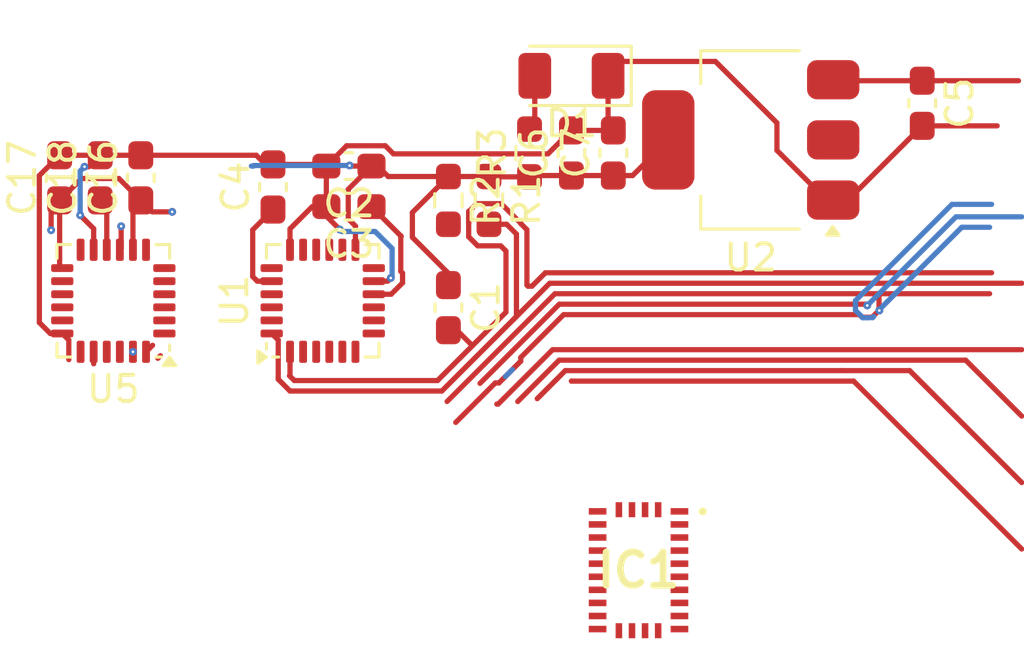
<source format=kicad_pcb>
(kicad_pcb (version 20240108) (generator "pcbnew") (generator_version "8.0")
  (layers (0 "F.Cu" signal) (31 "B.Cu" signal) (34 "B.Paste" user) (35 "F.Paste" user) (36 "B.SilkS" user "B.Silkscreen") (37 "F.SilkS" user "F.Silkscreen") (38 "B.Mask" user) (39 "F.Mask" user) (44 "Edge.Cuts" user))
  (net 0 "")
  (net 1 "GND")
  (net 2 "+3.3V")
  (net 3 "Net-(U1-REGOUT)")
  (net 4 "Net-(U1-CPOUT)")
  (net 5 "+5V")
  (net 6 "Net-(U5-REGOUT)")
  (net 7 "Net-(U5-CPOUT)")
  (net 8 "Net-(D1-A)")
  (net 9 "AD1")
  (net 10 "AD3")
  (net 11 "SDA")
  (net 12 "AD2")
  (net 13 "AD0")
  (net 14 "SCL")
  (footprint "Capacitor_SMD:C_0603_1608Metric_Pad1.08x0.95mm_HandSolder" (layer "F.Cu") (at 46.5 23.75 90)
    (property "Reference" "C18" (at 0 -1.43 -90) (layer "F.SilkS"))
    (property "Value" "0.1µC")
    (fp_line (start -0.146267 -0.51) (end 0.146267 -0.51) (stroke (width 0.12)) (layer "F.SilkS"))
    (fp_line (start -0.146267 0.51) (end 0.146267 0.51) (stroke (width 0.12)) (layer "F.SilkS"))
    (pad "1" smd roundrect (at -0.8625 0 90) (size 1.075 0.95) (layers "F.Cu" "F.Paste" "F.Mask") (net 6 "Net-(U5-REGOUT)"))
    (pad "2" smd roundrect (at 0.8625 0 90) (size 1.075 0.95) (layers "F.Cu" "F.Paste" "F.Mask") (net 1 "GND"))
  )
  (footprint "Capacitor_SMD:C_0603_1608Metric_Pad1.08x0.95mm_HandSolder" (layer "F.Cu") (at 77.9 20.9 -90)
    (property "Reference" "C5" (at 0 -1.43 90) (layer "F.SilkS"))
    (property "Value" "4.7uC")
    (fp_line (start -0.146267 0.51) (end 0.146267 0.51) (stroke (width 0.12)) (layer "F.SilkS"))
    (fp_line (start -0.146267 -0.51) (end 0.146267 -0.51) (stroke (width 0.12)) (layer "F.SilkS"))
    (pad "1" smd roundrect (at -0.8625 0 270) (size 1.075 0.95) (layers "F.Cu" "F.Paste" "F.Mask") (net 5 "+5V"))
    (pad "2" smd roundrect (at 0.8625 0 270) (size 1.075 0.95) (layers "F.Cu" "F.Paste" "F.Mask") (net 1 "GND"))
  )
  (footprint "Capacitor_SMD:C_0603_1608Metric_Pad1.08x0.95mm_HandSolder" (layer "F.Cu") (at 66.1 22.8 90)
    (property "Reference" "C7" (at 0 -1.43 -90) (layer "F.SilkS"))
    (property "Value" "10nC")
    (fp_line (start -0.146267 -0.51) (end 0.146267 -0.51) (stroke (width 0.12)) (layer "F.SilkS"))
    (fp_line (start -0.146267 0.51) (end 0.146267 0.51) (stroke (width 0.12)) (layer "F.SilkS"))
    (pad "1" smd roundrect (at -0.8625 0 90) (size 1.075 0.95) (layers "F.Cu" "F.Paste" "F.Mask") (net 2 "+3.3V"))
    (pad "2" smd roundrect (at 0.8625 0 90) (size 1.075 0.95) (layers "F.Cu" "F.Paste" "F.Mask") (net 1 "GND"))
  )
  (footprint "Resistor_SMD:R_0603_1608Metric_Pad0.98x0.95mm_HandSolder" (layer "F.Cu") (at 62.9 22.8 90)
    (property "Reference" "R3" (at 0 -1.43 -90) (layer "F.SilkS"))
    (property "Value" "1kR")
    (fp_line (start -0.254724 -0.5225) (end 0.254724 -0.5225) (stroke (width 0.12)) (layer "F.SilkS"))
    (fp_line (start -0.254724 0.5225) (end 0.254724 0.5225) (stroke (width 0.12)) (layer "F.SilkS"))
    (pad "1" smd roundrect (at -0.9125 0 90) (size 0.975 0.95) (layers "F.Cu" "F.Paste" "F.Mask") (net 2 "+3.3V"))
    (pad "2" smd roundrect (at 0.9125 0 90) (size 0.975 0.95) (layers "F.Cu" "F.Paste" "F.Mask") (net 8 "Net-(D1-A)"))
  )
  (footprint "Sensor_Motion:InvenSense_QFN-24_4x4mm_P0.5mm" (layer "F.Cu") (at 55 28.45 90)
    (property "Reference" "U1" (at 0 -3.375 -90) (layer "F.SilkS"))
    (property "Value" "MPU-6050")
    (fp_line (start 2.15 -2.15) (end 1.625 -2.15) (stroke (width 0.12)) (layer "F.SilkS"))
    (fp_line (start 2.15 -2.15) (end 2.15 -1.625) (stroke (width 0.12)) (layer "F.SilkS"))
    (fp_line (start -1.625 -2.15) (end -1.85 -2.15) (stroke (width 0.12)) (layer "F.SilkS"))
    (fp_line (start -2.15 -1.685) (end -2.15 -1.91) (stroke (width 0.12)) (layer "F.SilkS"))
    (fp_line (start 2.15 2.15) (end 2.15 1.625) (stroke (width 0.12)) (layer "F.SilkS"))
    (fp_line (start 2.15 2.15) (end 1.625 2.15) (stroke (width 0.12)) (layer "F.SilkS"))
    (fp_line (start -2.15 2.15) (end -2.15 1.625) (stroke (width 0.12)) (layer "F.SilkS"))
    (fp_line (start -2.15 2.15) (end -1.625 2.15) (stroke (width 0.12)) (layer "F.SilkS"))
    (fp_poly (pts (xy -2.15 -2.15) (xy -2.39 -2.48) (xy -1.91 -2.48) (xy -2.15 -2.15)) (stroke (width 0.12)) (fill solid) (layer "F.SilkS"))
    (pad "1" smd roundrect (at -1.95 -1.25 90) (size 0.85 0.3) (layers "F.Cu" "F.Paste" "F.Mask") (net 1 "GND"))
    (pad "2" smd roundrect (at -1.95 -0.75 90) (size 0.85 0.3) (layers "F.Cu" "F.Paste" "F.Mask"))
    (pad "3" smd roundrect (at -1.95 -0.25 90) (size 0.85 0.3) (layers "F.Cu" "F.Paste" "F.Mask"))
    (pad "4" smd roundrect (at -1.95 0.25 90) (size 0.85 0.3) (layers "F.Cu" "F.Paste" "F.Mask"))
    (pad "5" smd roundrect (at -1.95 0.75 90) (size 0.85 0.3) (layers "F.Cu" "F.Paste" "F.Mask"))
    (pad "6" smd roundrect (at -1.95 1.25 90) (size 0.85 0.3) (layers "F.Cu" "F.Paste" "F.Mask"))
    (pad "7" smd roundrect (at -1.25 1.95 180) (size 0.85 0.3) (layers "F.Cu" "F.Paste" "F.Mask"))
    (pad "8" smd roundrect (at -0.75 1.95 180) (size 0.85 0.3) (layers "F.Cu" "F.Paste" "F.Mask") (net 2 "+3.3V"))
    (pad "9" smd roundrect (at -0.25 1.95 180) (size 0.85 0.3) (layers "F.Cu" "F.Paste" "F.Mask") (net 13 "AD0"))
    (pad "10" smd roundrect (at 0.25 1.95 180) (size 0.85 0.3) (layers "F.Cu" "F.Paste" "F.Mask") (net 3 "Net-(U1-REGOUT)"))
    (pad "11" smd roundrect (at 0.75 1.95 180) (size 0.85 0.3) (layers "F.Cu" "F.Paste" "F.Mask") (net 1 "GND"))
    (pad "12" smd roundrect (at 1.25 1.95 180) (size 0.85 0.3) (layers "F.Cu" "F.Paste" "F.Mask"))
    (pad "13" smd roundrect (at 1.95 1.25 90) (size 0.85 0.3) (layers "F.Cu" "F.Paste" "F.Mask") (net 2 "+3.3V"))
    (pad "14" smd roundrect (at 1.95 0.75 90) (size 0.85 0.3) (layers "F.Cu" "F.Paste" "F.Mask"))
    (pad "15" smd roundrect (at 1.95 0.25 90) (size 0.85 0.3) (layers "F.Cu" "F.Paste" "F.Mask"))
    (pad "16" smd roundrect (at 1.95 -0.25 90) (size 0.85 0.3) (layers "F.Cu" "F.Paste" "F.Mask"))
    (pad "17" smd roundrect (at 1.95 -0.75 90) (size 0.85 0.3) (layers "F.Cu" "F.Paste" "F.Mask"))
    (pad "18" smd roundrect (at 1.95 -1.25 90) (size 0.85 0.3) (layers "F.Cu" "F.Paste" "F.Mask") (net 1 "GND"))
    (pad "19" smd roundrect (at 1.25 -1.95 180) (size 0.85 0.3) (layers "F.Cu" "F.Paste" "F.Mask"))
    (pad "20" smd roundrect (at 0.75 -1.95 180) (size 0.85 0.3) (layers "F.Cu" "F.Paste" "F.Mask") (net 4 "Net-(U1-CPOUT)"))
    (pad "21" smd roundrect (at 0.25 -1.95 180) (size 0.85 0.3) (layers "F.Cu" "F.Paste" "F.Mask"))
    (pad "22" smd roundrect (at -0.25 -1.95 180) (size 0.85 0.3) (layers "F.Cu" "F.Paste" "F.Mask"))
    (pad "23" smd roundrect (at -0.75 -1.95 180) (size 0.85 0.3) (layers "F.Cu" "F.Paste" "F.Mask") (net 14 "SCL"))
    (pad "24" smd roundrect (at -1.25 -1.95 180) (size 0.85 0.3) (layers "F.Cu" "F.Paste" "F.Mask") (net 11 "SDA"))
  )
  (footprint "Package_TO_SOT_SMD:SOT-223-3_TabPin2" (layer "F.Cu") (at 71.35 22.3 180)
    (property "Reference" "U2" (at 0 -4.5 180) (layer "F.SilkS"))
    (property "Value" "LD1117S50TR_SOT223")
    (fp_line (start 1.91 3.41) (end 1.91 2.15) (stroke (width 0.12)) (layer "F.SilkS"))
    (fp_line (start 1.91 -3.41) (end 1.91 -2.15) (stroke (width 0.12)) (layer "F.SilkS"))
    (fp_line (start -1.85 3.41) (end 1.91 3.41) (stroke (width 0.12)) (layer "F.SilkS"))
    (fp_line (start -1.85 -3.41) (end 1.91 -3.41) (stroke (width 0.12)) (layer "F.SilkS"))
    (fp_poly (pts (xy -3.13 -3.31) (xy -3.37 -3.64) (xy -2.89 -3.64) (xy -3.13 -3.31)) (stroke (width 0.12)) (fill solid) (layer "F.SilkS"))
    (pad "1" smd roundrect (at -3.15 -2.3 180) (size 2 1.5) (layers "F.Cu" "F.Paste" "F.Mask") (net 1 "GND"))
    (pad "2" smd roundrect (at -3.15 0 180) (size 2 1.5) (layers "F.Cu" "F.Paste" "F.Mask") (net 2 "+3.3V"))
    (pad "2" smd roundrect (at 3.15 0 180) (size 2 3.8) (layers "F.Cu" "F.Paste" "F.Mask") (net 2 "+3.3V"))
    (pad "3" smd roundrect (at -3.15 2.3 180) (size 2 1.5) (layers "F.Cu" "F.Paste" "F.Mask") (net 5 "+5V"))
  )
  (footprint "Capacitor_SMD:C_0603_1608Metric_Pad1.08x0.95mm_HandSolder" (layer "F.Cu") (at 56 24.85 180)
    (property "Reference" "C3" (at 0 -1.43 180) (layer "F.SilkS"))
    (property "Value" "0.1µC")
    (fp_line (start -0.146267 0.51) (end 0.146267 0.51) (stroke (width 0.12)) (layer "F.SilkS"))
    (fp_line (start -0.146267 -0.51) (end 0.146267 -0.51) (stroke (width 0.12)) (layer "F.SilkS"))
    (pad "1" smd roundrect (at -0.8625 0 180) (size 1.075 0.95) (layers "F.Cu" "F.Paste" "F.Mask") (net 3 "Net-(U1-REGOUT)"))
    (pad "2" smd roundrect (at 0.8625 0 180) (size 1.075 0.95) (layers "F.Cu" "F.Paste" "F.Mask") (net 1 "GND"))
  )
  (footprint "Capacitor_SMD:C_0603_1608Metric_Pad1.08x0.95mm_HandSolder" (layer "F.Cu") (at 56 23.3 180)
    (property "Reference" "C2" (at 0 -1.43 180) (layer "F.SilkS"))
    (property "Value" "0.1µC")
    (fp_line (start -0.146267 0.51) (end 0.146267 0.51) (stroke (width 0.12)) (layer "F.SilkS"))
    (fp_line (start -0.146267 -0.51) (end 0.146267 -0.51) (stroke (width 0.12)) (layer "F.SilkS"))
    (pad "1" smd roundrect (at -0.8625 0 180) (size 1.075 0.95) (layers "F.Cu" "F.Paste" "F.Mask") (net 2 "+3.3V"))
    (pad "2" smd roundrect (at 0.8625 0 180) (size 1.075 0.95) (layers "F.Cu" "F.Paste" "F.Mask") (net 1 "GND"))
  )
  (footprint "Resistor_SMD:R_0603_1608Metric_Pad0.98x0.95mm_HandSolder" (layer "F.Cu") (at 59.8 24.6125 -90)
    (property "Reference" "R2" (at 0 -1.43 90) (layer "F.SilkS"))
    (property "Value" "2.2kR")
    (fp_line (start -0.254724 0.5225) (end 0.254724 0.5225) (stroke (width 0.12)) (layer "F.SilkS"))
    (fp_line (start -0.254724 -0.5225) (end 0.254724 -0.5225) (stroke (width 0.12)) (layer "F.SilkS"))
    (pad "1" smd roundrect (at -0.9125 0 270) (size 0.975 0.95) (layers "F.Cu" "F.Paste" "F.Mask") (net 2 "+3.3V"))
    (pad "2" smd roundrect (at 0.9125 0 270) (size 0.975 0.95) (layers "F.Cu" "F.Paste" "F.Mask") (net 14 "SCL"))
  )
  (footprint "LED_SMD:LED_1206_3216Metric" (layer "F.Cu") (at 64.5 19.85 180)
    (property "Reference" "D1" (at 0 -1.82 180) (layer "F.SilkS"))
    (property "Value" "IR26-21C_L110_TR8")
    (fp_line (start 1.6 -1.135) (end -2.285 -1.135) (stroke (width 0.12)) (layer "F.SilkS"))
    (fp_line (start -2.285 1.135) (end 1.6 1.135) (stroke (width 0.12)) (layer "F.SilkS"))
    (fp_line (start -2.285 -1.135) (end -2.285 1.135) (stroke (width 0.12)) (layer "F.SilkS"))
    (pad "1" smd roundrect (at -1.4 0 180) (size 1.25 1.75) (layers "F.Cu" "F.Paste" "F.Mask") (roundrect_rratio 0.2) (net 1 "GND"))
    (pad "2" smd roundrect (at 1.4 0 180) (size 1.25 1.75) (layers "F.Cu" "F.Paste" "F.Mask") (roundrect_rratio 0.2) (net 8 "Net-(D1-A)"))
  )
  (footprint "BNO085:BNO085" (layer "F.Cu") (at 67.063 38.75)
    (property "Reference" "IC1" (at 0 0 0) (layer "F.SilkS") (effects (font (size 1.27 1.27) (thickness 0.254))))
    (property "Value" "BNO085" (hide yes))
    (fp_line (start 2.4 -2.25) (end 2.4 -2.25) (stroke (width 0.2)) (layer "F.SilkS"))
    (fp_line (start 2.4 -2.25) (end 2.4 -2.25) (stroke (width 0.2)) (layer "F.SilkS"))
    (fp_line (start 2.5 -2.25) (end 2.5 -2.25) (stroke (width 0.2)) (layer "F.SilkS"))
    (fp_arc (start 2.4 -2.25) (mid 2.45 -2.3) (end 2.5 -2.25) (stroke (width 0.2)) (layer "F.SilkS"))
    (fp_arc (start 2.5 -2.25) (mid 2.45 -2.2) (end 2.4 -2.25) (stroke (width 0.2)) (layer "F.SilkS"))
    (fp_arc (start 2.5 -2.25) (mid 2.45 -2.2) (end 2.4 -2.25) (stroke (width 0.2)) (layer "F.SilkS"))
    (pad "1" smd rect (at 1.563 -2.25 90) (size 0.25 0.675) (layers "F.Cu" "F.Paste" "F.Mask"))
    (pad "2" smd rect (at 0.75 -2.313) (size 0.25 0.575) (layers "F.Cu" "F.Paste" "F.Mask"))
    (pad "3" smd rect (at 0.25 -2.313) (size 0.25 0.575) (layers "F.Cu" "F.Paste" "F.Mask"))
    (pad "4" smd rect (at -0.25 -2.313) (size 0.25 0.575) (layers "F.Cu" "F.Paste" "F.Mask"))
    (pad "5" smd rect (at -0.75 -2.313) (size 0.25 0.575) (layers "F.Cu" "F.Paste" "F.Mask"))
    (pad "6" smd rect (at -1.563 -2.25 90) (size 0.25 0.675) (layers "F.Cu" "F.Paste" "F.Mask"))
    (pad "7" smd rect (at -1.563 -1.75 90) (size 0.25 0.675) (layers "F.Cu" "F.Paste" "F.Mask"))
    (pad "8" smd rect (at -1.563 -1.25 90) (size 0.25 0.675) (layers "F.Cu" "F.Paste" "F.Mask"))
    (pad "9" smd rect (at -1.563 -0.75 90) (size 0.25 0.675) (layers "F.Cu" "F.Paste" "F.Mask"))
    (pad "10" smd rect (at -1.563 -0.25 90) (size 0.25 0.675) (layers "F.Cu" "F.Paste" "F.Mask"))
    (pad "11" smd rect (at -1.563 0.25 90) (size 0.25 0.675) (layers "F.Cu" "F.Paste" "F.Mask"))
    (pad "12" smd rect (at -1.563 0.75 90) (size 0.25 0.675) (layers "F.Cu" "F.Paste" "F.Mask"))
    (pad "13" smd rect (at -1.563 1.25 90) (size 0.25 0.675) (layers "F.Cu" "F.Paste" "F.Mask"))
    (pad "14" smd rect (at -1.563 1.75 90) (size 0.25 0.675) (layers "F.Cu" "F.Paste" "F.Mask"))
    (pad "15" smd rect (at -1.563 2.25 90) (size 0.25 0.675) (layers "F.Cu" "F.Paste" "F.Mask"))
    (pad "16" smd rect (at -0.75 2.313) (size 0.25 0.575) (layers "F.Cu" "F.Paste" "F.Mask"))
    (pad "17" smd rect (at -0.25 2.313) (size 0.25 0.575) (layers "F.Cu" "F.Paste" "F.Mask"))
    (pad "18" smd rect (at 0.25 2.313) (size 0.25 0.575) (layers "F.Cu" "F.Paste" "F.Mask"))
    (pad "19" smd rect (at 0.75 2.313) (size 0.25 0.575) (layers "F.Cu" "F.Paste" "F.Mask"))
    (pad "20" smd rect (at 1.563 2.25 90) (size 0.25 0.675) (layers "F.Cu" "F.Paste" "F.Mask"))
    (pad "21" smd rect (at 1.563 1.75 90) (size 0.25 0.675) (layers "F.Cu" "F.Paste" "F.Mask"))
    (pad "22" smd rect (at 1.563 1.25 90) (size 0.25 0.675) (layers "F.Cu" "F.Paste" "F.Mask"))
    (pad "23" smd rect (at 1.563 0.75 90) (size 0.25 0.675) (layers "F.Cu" "F.Paste" "F.Mask"))
    (pad "24" smd rect (at 1.563 0.25 90) (size 0.25 0.675) (layers "F.Cu" "F.Paste" "F.Mask"))
    (pad "25" smd rect (at 1.563 -0.25 90) (size 0.25 0.675) (layers "F.Cu" "F.Paste" "F.Mask"))
    (pad "26" smd rect (at 1.563 -0.75 90) (size 0.25 0.675) (layers "F.Cu" "F.Paste" "F.Mask"))
    (pad "27" smd rect (at 1.563 -1.25 90) (size 0.25 0.675) (layers "F.Cu" "F.Paste" "F.Mask"))
    (pad "28" smd rect (at 1.563 -1.75 90) (size 0.25 0.675) (layers "F.Cu" "F.Paste" "F.Mask"))
  )
  (footprint "Capacitor_SMD:C_0603_1608Metric_Pad1.08x0.95mm_HandSolder" (layer "F.Cu") (at 44.95 23.75 90)
    (property "Reference" "C17" (at 0 -1.43 -90) (layer "F.SilkS"))
    (property "Value" "0.1µC")
    (fp_line (start -0.146267 -0.51) (end 0.146267 -0.51) (stroke (width 0.12)) (layer "F.SilkS"))
    (fp_line (start -0.146267 0.51) (end 0.146267 0.51) (stroke (width 0.12)) (layer "F.SilkS"))
    (pad "1" smd roundrect (at -0.8625 0 90) (size 1.075 0.95) (layers "F.Cu" "F.Paste" "F.Mask") (net 2 "+3.3V"))
    (pad "2" smd roundrect (at 0.8625 0 90) (size 1.075 0.95) (layers "F.Cu" "F.Paste" "F.Mask") (net 1 "GND"))
  )
  (footprint "Capacitor_SMD:C_0603_1608Metric_Pad1.08x0.95mm_HandSolder" (layer "F.Cu") (at 59.8 28.7125 -90)
    (property "Reference" "C1" (at 0 -1.43 90) (layer "F.SilkS"))
    (property "Value" "10nC")
    (fp_line (start -0.146267 0.51) (end 0.146267 0.51) (stroke (width 0.12)) (layer "F.SilkS"))
    (fp_line (start -0.146267 -0.51) (end 0.146267 -0.51) (stroke (width 0.12)) (layer "F.SilkS"))
    (pad "1" smd roundrect (at -0.8625 0 270) (size 1.075 0.95) (layers "F.Cu" "F.Paste" "F.Mask") (net 2 "+3.3V"))
    (pad "2" smd roundrect (at 0.8625 0 270) (size 1.075 0.95) (layers "F.Cu" "F.Paste" "F.Mask") (net 1 "GND"))
  )
  (footprint "Capacitor_SMD:C_0603_1608Metric_Pad1.08x0.95mm_HandSolder" (layer "F.Cu") (at 53.1 24.1 90)
    (property "Reference" "C4" (at 0 -1.43 -90) (layer "F.SilkS"))
    (property "Value" "2.2nC")
    (fp_line (start -0.146267 -0.51) (end 0.146267 -0.51) (stroke (width 0.12)) (layer "F.SilkS"))
    (fp_line (start -0.146267 0.51) (end 0.146267 0.51) (stroke (width 0.12)) (layer "F.SilkS"))
    (pad "1" smd roundrect (at -0.8625 0 90) (size 1.075 0.95) (layers "F.Cu" "F.Paste" "F.Mask") (net 4 "Net-(U1-CPOUT)"))
    (pad "2" smd roundrect (at 0.8625 0 90) (size 1.075 0.95) (layers "F.Cu" "F.Paste" "F.Mask") (net 1 "GND"))
  )
  (footprint "Resistor_SMD:R_0603_1608Metric_Pad0.98x0.95mm_HandSolder" (layer "F.Cu") (at 61.35 24.6125 -90)
    (property "Reference" "R1" (at 0 -1.43 90) (layer "F.SilkS"))
    (property "Value" "2.2kR")
    (fp_line (start -0.254724 0.5225) (end 0.254724 0.5225) (stroke (width 0.12)) (layer "F.SilkS"))
    (fp_line (start -0.254724 -0.5225) (end 0.254724 -0.5225) (stroke (width 0.12)) (layer "F.SilkS"))
    (pad "1" smd roundrect (at -0.9125 0 270) (size 0.975 0.95) (layers "F.Cu" "F.Paste" "F.Mask") (net 2 "+3.3V"))
    (pad "2" smd roundrect (at 0.9125 0 270) (size 0.975 0.95) (layers "F.Cu" "F.Paste" "F.Mask") (net 11 "SDA"))
  )
  (footprint "Capacitor_SMD:C_0603_1608Metric_Pad1.08x0.95mm_HandSolder" (layer "F.Cu") (at 48.05 23.75 90)
    (property "Reference" "C16" (at 0 -1.43 -90) (layer "F.SilkS"))
    (property "Value" "10nC")
    (fp_line (start -0.146267 -0.51) (end 0.146267 -0.51) (stroke (width 0.12)) (layer "F.SilkS"))
    (fp_line (start -0.146267 0.51) (end 0.146267 0.51) (stroke (width 0.12)) (layer "F.SilkS"))
    (pad "1" smd roundrect (at -0.8625 0 90) (size 1.075 0.95) (layers "F.Cu" "F.Paste" "F.Mask") (net 2 "+3.3V"))
    (pad "2" smd roundrect (at 0.8625 0 90) (size 1.075 0.95) (layers "F.Cu" "F.Paste" "F.Mask") (net 1 "GND"))
  )
  (footprint "Capacitor_SMD:C_0603_1608Metric_Pad1.08x0.95mm_HandSolder" (layer "F.Cu") (at 64.5 22.8 90)
    (property "Reference" "C6" (at 0 -1.43 -90) (layer "F.SilkS"))
    (property "Value" "0.1uC")
    (fp_line (start -0.146267 -0.51) (end 0.146267 -0.51) (stroke (width 0.12)) (layer "F.SilkS"))
    (fp_line (start -0.146267 0.51) (end 0.146267 0.51) (stroke (width 0.12)) (layer "F.SilkS"))
    (pad "1" smd roundrect (at -0.8625 0 90) (size 1.075 0.95) (layers "F.Cu" "F.Paste" "F.Mask") (net 2 "+3.3V"))
    (pad "2" smd roundrect (at 0.8625 0 90) (size 1.075 0.95) (layers "F.Cu" "F.Paste" "F.Mask") (net 1 "GND"))
  )
  (footprint "Sensor_Motion:InvenSense_QFN-24_4x4mm_P0.5mm" (layer "F.Cu") (at 47 28.45 180)
    (property "Reference" "U5" (at 0 -3.375 180) (layer "F.SilkS"))
    (property "Value" "MPU-6050")
    (fp_line (start 2.15 2.15) (end 2.15 1.625) (stroke (width 0.12)) (layer "F.SilkS"))
    (fp_line (start 2.15 2.15) (end 1.625 2.15) (stroke (width 0.12)) (layer "F.SilkS"))
    (fp_line (start 2.15 -2.15) (end 2.15 -1.625) (stroke (width 0.12)) (layer "F.SilkS"))
    (fp_line (start 2.15 -2.15) (end 1.625 -2.15) (stroke (width 0.12)) (layer "F.SilkS"))
    (fp_line (start -1.625 -2.15) (end -1.85 -2.15) (stroke (width 0.12)) (layer "F.SilkS"))
    (fp_line (start -2.15 2.15) (end -1.625 2.15) (stroke (width 0.12)) (layer "F.SilkS"))
    (fp_line (start -2.15 2.15) (end -2.15 1.625) (stroke (width 0.12)) (layer "F.SilkS"))
    (fp_line (start -2.15 -1.685) (end -2.15 -1.91) (stroke (width 0.12)) (layer "F.SilkS"))
    (fp_poly (pts (xy -2.15 -2.15) (xy -2.39 -2.48) (xy -1.91 -2.48) (xy -2.15 -2.15)) (stroke (width 0.12)) (fill solid) (layer "F.SilkS"))
    (pad "1" smd roundrect (at -1.95 -1.25 180) (size 0.85 0.3) (layers "F.Cu" "F.Paste" "F.Mask") (net 1 "GND"))
    (pad "2" smd roundrect (at -1.95 -0.75 180) (size 0.85 0.3) (layers "F.Cu" "F.Paste" "F.Mask"))
    (pad "3" smd roundrect (at -1.95 -0.25 180) (size 0.85 0.3) (layers "F.Cu" "F.Paste" "F.Mask"))
    (pad "4" smd roundrect (at -1.95 0.25 180) (size 0.85 0.3) (layers "F.Cu" "F.Paste" "F.Mask"))
    (pad "5" smd roundrect (at -1.95 0.75 180) (size 0.85 0.3) (layers "F.Cu" "F.Paste" "F.Mask"))
    (pad "6" smd roundrect (at -1.95 1.25 180) (size 0.85 0.3) (layers "F.Cu" "F.Paste" "F.Mask"))
    (pad "7" smd roundrect (at -1.25 1.95 270) (size 0.85 0.3) (layers "F.Cu" "F.Paste" "F.Mask"))
    (pad "8" smd roundrect (at -0.75 1.95 270) (size 0.85 0.3) (layers "F.Cu" "F.Paste" "F.Mask") (net 2 "+3.3V"))
    (pad "9" smd roundrect (at -0.25 1.95 270) (size 0.85 0.3) (layers "F.Cu" "F.Paste" "F.Mask") (net 9 "AD1"))
    (pad "10" smd roundrect (at 0.25 1.95 270) (size 0.85 0.3) (layers "F.Cu" "F.Paste" "F.Mask") (net 6 "Net-(U5-REGOUT)"))
    (pad "11" smd roundrect (at 0.75 1.95 270) (size 0.85 0.3) (layers "F.Cu" "F.Paste" "F.Mask") (net 1 "GND"))
    (pad "12" smd roundrect (at 1.25 1.95 270) (size 0.85 0.3) (layers "F.Cu" "F.Paste" "F.Mask"))
    (pad "13" smd roundrect (at 1.95 1.25 180) (size 0.85 0.3) (layers "F.Cu" "F.Paste" "F.Mask") (net 2 "+3.3V"))
    (pad "14" smd roundrect (at 1.95 0.75 180) (size 0.85 0.3) (layers "F.Cu" "F.Paste" "F.Mask"))
    (pad "15" smd roundrect (at 1.95 0.25 180) (size 0.85 0.3) (layers "F.Cu" "F.Paste" "F.Mask"))
    (pad "16" smd roundrect (at 1.95 -0.25 180) (size 0.85 0.3) (layers "F.Cu" "F.Paste" "F.Mask"))
    (pad "17" smd roundrect (at 1.95 -0.75 180) (size 0.85 0.3) (layers "F.Cu" "F.Paste" "F.Mask"))
    (pad "18" smd roundrect (at 1.95 -1.25 180) (size 0.85 0.3) (layers "F.Cu" "F.Paste" "F.Mask") (net 1 "GND"))
    (pad "19" smd roundrect (at 1.25 -1.95 270) (size 0.85 0.3) (layers "F.Cu" "F.Paste" "F.Mask"))
    (pad "20" smd roundrect (at 0.75 -1.95 270) (size 0.85 0.3) (layers "F.Cu" "F.Paste" "F.Mask") (net 7 "Net-(U5-CPOUT)"))
    (pad "21" smd roundrect (at 0.25 -1.95 270) (size 0.85 0.3) (layers "F.Cu" "F.Paste" "F.Mask"))
    (pad "22" smd roundrect (at -0.25 -1.95 270) (size 0.85 0.3) (layers "F.Cu" "F.Paste" "F.Mask"))
    (pad "23" smd roundrect (at -0.75 -1.95 270) (size 0.85 0.3) (layers "F.Cu" "F.Paste" "F.Mask") (net 14 "SCL"))
    (pad "24" smd roundrect (at -1.25 -1.95 270) (size 0.85 0.3) (layers "F.Cu" "F.Paste" "F.Mask") (net 11 "SDA"))
  )
  (segment (start 64.5 21.9375) (end 63.604222 22.833278) (width 0.2) (layer "F.Cu") (net 1))
  (segment (start 53.75 31.3) (end 53.75 30.4) (width 0.2) (layer "F.Cu") (net 1))
  (segment (start 77.9 21.7625) (end 80.7625 21.7625) (width 0.2) (layer "F.Cu") (net 1))
  (segment (start 60.125 29.575) (end 59.8 29.575) (width 0.2) (layer "F.Cu") (net 1))
  (segment (start 44.95 22.8875) (end 44.175 23.6625) (width 0.2) (layer "F.Cu") (net 1))
  (segment (start 44.95 22.8875) (end 46.5 22.8875) (width 0.2) (layer "F.Cu") (net 1))
  (segment (start 53.915686 31.5) (end 53.732843 31.317157) (width 0.2) (layer "F.Cu") (net 1))
  (segment (start 56.95 27.7) (end 57.478097 27.7) (width 0.2) (layer "F.Cu") (net 1))
  (segment (start 63.504314 27.38) (end 80.55 27.38) (width 0.2) (layer "F.Cu") (net 1))
  (segment (start 62.565686 30.615686) (end 64.201372 28.98) (width 0.2) (layer "F.Cu") (net 1))
  (segment (start 72.35 22.7) (end 72.35 21.65) (width 0.2) (layer "F.Cu") (net 1))
  (segment (start 63.604222 22.833278) (end 57.7 22.833278) (width 0.2) (layer "F.Cu") (net 1))
  (segment (start 52.4625 22.8875) (end 48.05 22.8875) (width 0.2) (layer "F.Cu") (net 1))
  (segment (start 75.6 29.08) (end 75.986397 29.08) (width 0.2) (layer "F.Cu") (net 1))
  (segment (start 44.175 23.6625) (end 44.175 29.28241) (width 0.2) (layer "F.Cu") (net 1))
  (segment (start 60.717157 30.167157) (end 60.125 29.575) (width 0.2) (layer "F.Cu") (net 1))
  (segment (start 57.391722 22.525) (end 55.9125 22.525) (width 0.2) (layer "F.Cu") (net 1))
  (segment (start 55.1375 23.3) (end 55.1375 24.85) (width 0.2) (layer "F.Cu") (net 1))
  (segment (start 62 28.884314) (end 60.717157 30.167157) (width 0.2) (layer "F.Cu") (net 1))
  (segment (start 76.25 28.816397) (end 76.25 28.23) (width 0.2) (layer "F.Cu") (net 1))
  (segment (start 46.25 25.693619) (end 45.734492 25.178111) (width 0.2) (layer "F.Cu") (net 1))
  (segment (start 60.717157 30.167157) (end 59.384314 31.5) (width 0.2) (layer "F.Cu") (net 1))
  (segment (start 46.5 22.8875) (end 48.05 22.8875) (width 0.2) (layer "F.Cu") (net 1))
  (segment (start 60.883278 24.7375) (end 61.816722 24.7375) (width 0.2) (layer "F.Cu") (net 1))
  (segment (start 62.565685 25.5) (end 62.8 25.734315) (width 0.2) (layer "F.Cu") (net 1))
  (segment (start 61.8 26.35) (end 62 26.55) (width 0.2) (layer "F.Cu") (net 1))
  (segment (start 65.9 21.7375) (end 66.1 21.9375) (width 0.2) (layer "F.Cu") (net 1))
  (segment (start 72.35 21.65) (end 70 19.3) (width 0.2) (layer "F.Cu") (net 1))
  (segment (start 48.8 30.55) (end 48.7 30.65) (width 0.2) (layer "F.Cu") (net 1))
  (segment (start 55.650284 25.72543) (end 55.1375 25.212646) (width 0.2) (layer "F.Cu") (net 1))
  (segment (start 60.081372 33.1) (end 61.590686 31.590686) (width 0.2) (layer "F.Cu") (net 1))
  (segment (start 46.0625 23.325) (end 46.5 22.8875) (width 0.2) (layer "F.Cu") (net 1))
  (segment (start 60.575 25.028449) (end 60.575387 25.028062) (width 0.2) (layer "F.Cu") (net 1))
  (segment (start 75.986397 29.08) (end 76.25 28.816397) (width 0.2) (layer "F.Cu") (net 1))
  (segment (start 62 26.55) (end 62 28.884314) (width 0.2) (layer "F.Cu") (net 1))
  (segment (start 54.6 24.85) (end 53.75 25.7) (width 0.2) (layer "F.Cu") (net 1))
  (segment (start 66.45 19.3) (end 65.9 19.85) (width 0.2) (layer "F.Cu") (net 1))
  (segment (start 60.575 25.5) (end 60.575 25.028449) (width 0.2) (layer "F.Cu") (net 1))
  (segment (start 76.256995 28.816397) (end 76.261942 28.821344) (width 0.2) (layer "F.Cu") (net 1))
  (segment (start 53.1 23.2375) (end 55.075 23.2375) (width 0.2) (layer "F.Cu") (net 1))
  (segment (start 61.590686 31.590686) (end 61.732109 31.590686) (width 0.2) (layer "F.Cu") (net 1))
  (segment (start 77.9 21.7625) (end 75.0625 24.6) (width 0.2) (layer "F.Cu") (net 1))
  (segment (start 53.75 25.7) (end 53.75 26.5) (width 0.2) (layer "F.Cu") (net 1))
  (segment (start 55.075 23.2375) (end 55.1375 23.3) (width 0.2) (layer "F.Cu") (net 1))
  (segment (start 63.87 28.18) (end 59.75 32.3) (width 0.2) (layer "F.Cu") (net 1))
  (segment (start 55.1375 25.212646) (end 55.1375 24.85) (width 0.2) (layer "F.Cu") (net 1))
  (segment (start 62.565686 30.757109) (end 62.565686 30.615686) (width 0.2) (layer "F.Cu") (net 1))
  (segment (start 80.473654 28.18) (end 76.2 28.18) (width 0.2) (layer "F.Cu") (net 1))
  (segment (start 57.7 22.833278) (end 57.391722 22.525) (width 0.2) (layer "F.Cu") (net 1))
  (segment (start 62.992157 27.892157) (end 63.504314 27.38) (width 0.2) (layer "F.Cu") (net 1))
  (segment (start 62.565685 25.486463) (end 62.565685 25.5) (width 0.2) (layer "F.Cu") (net 1))
  (segment (start 57.478097 27.7) (end 57.599131 27.578966) (width 0.2) (layer "F.Cu") (net 1))
  (segment (start 61.732109 31.590686) (end 62.565686 30.757109) (width 0.2) (layer "F.Cu") (net 1))
  (segment (start 74.25 24.6) (end 72.35 22.7) (width 0.2) (layer "F.Cu") (net 1))
  (segment (start 74.5 24.6) (end 74.25 24.6) (width 0.2) (layer "F.Cu") (net 1))
  (segment (start 52.8125 23.2375) (end 52.4625 22.8875) (width 0.2) (layer "F.Cu") (net 1))
  (segment (start 46.25 26.5) (end 46.25 25.693619) (width 0.2) (layer "F.Cu") (net 1))
  (segment (start 60.575 25.5) (end 60.575 25.045778) (width 0.2) (layer "F.Cu") (net 1))
  (segment (start 55.1375 24.85) (end 54.6 24.85) (width 0.2) (layer "F.Cu") (net 1))
  (segment (start 70 19.3) (end 66.45 19.3) (width 0.2) (layer "F.Cu") (net 1))
  (segment (start 55.9125 22.525) (end 55.1375 23.3) (width 0.2) (layer "F.Cu") (net 1))
  (segment (start 45.05 29.7) (end 45.3 29.95) (width 0.2) (layer "F.Cu") (net 1))
  (segment (start 59.384314 31.5) (end 53.915686 31.5) (width 0.2) (layer "F.Cu") (net 1))
  (segment (start 64.201372 28.98) (end 75.5 28.98) (width 0.2) (layer "F.Cu") (net 1))
  (segment (start 53.1 23.2375) (end 52.8125 23.2375) (width 0.2) (layer "F.Cu") (net 1))
  (segment (start 45.9 23.325) (end 46.0625 23.325) (width 0.2) (layer "F.Cu") (net 1))
  (segment (start 53.732843 31.317157) (end 53.75 31.3) (width 0.2) (layer "F.Cu") (net 1))
  (segment (start 60.575 25.5) (end 60.575 26.004222) (width 0.2) (layer "F.Cu") (net 1))
  (segment (start 60.575 25.045778) (end 60.883278 24.7375) (width 0.2) (layer "F.Cu") (net 1))
  (segment (start 61.816722 24.7375) (end 62.565685 25.486463) (width 0.2) (layer "F.Cu") (net 1))
  (segment (start 60.575 26.004222) (end 60.920778 26.35) (width 0.2) (layer "F.Cu") (net 1))
  (segment (start 60.920778 26.35) (end 61.8 26.35) (width 0.2) (layer "F.Cu") (net 1))
  (segment (start 76.2 28.18) (end 63.87 28.18) (width 0.2) (layer "F.Cu") (net 1))
  (segment (start 44.59259 29.7) (end 45.05 29.7) (width 0.2) (layer "F.Cu") (net 1))
  (segment (start 75.0625 24.6) (end 74.5 24.6) (width 0.2) (layer "F.Cu") (net 1))
  (segment (start 62.8 27.85) (end 62.842157 27.892157) (width 0.2) (layer "F.Cu") (net 1))
  (segment (start 76.25 28.816397) (end 76.256995 28.816397) (width 0.2) (layer "F.Cu") (net 1))
  (segment (start 76.25 28.23) (end 76.2 28.18) (width 0.2) (layer "F.Cu") (net 1))
  (segment (start 75.5 28.98) (end 75.6 29.08) (width 0.2) (layer "F.Cu") (net 1))
  (segment (start 66.1 21.9375) (end 64.5 21.9375) (width 0.2) (layer "F.Cu") (net 1))
  (segment (start 45.3 29.95) (end 45.3 30.7) (width 0.2) (layer "F.Cu") (net 1))
  (segment (start 65.9 19.85) (end 65.9 21.7375) (width 0.2) (layer "F.Cu") (net 1))
  (segment (start 65.9 19.85) (end 66.25 19.85) (width 0.2) (layer "F.Cu") (net 1))
  (segment (start 44.175 29.28241) (end 44.59259 29.7) (width 0.2) (layer "F.Cu") (net 1))
  (segment (start 62.8 25.734315) (end 62.8 27.85) (width 0.2) (layer "F.Cu") (net 1))
  (segment (start 62.842157 27.892157) (end 62.992157 27.892157) (width 0.2) (layer "F.Cu") (net 1))
  (via micro (at 76.261942 28.821344) (size 0.3) (drill 0.1) (layers "F.Cu" "B.Cu") (net 1))
  (via micro (at 57.599131 27.578966) (size 0.3) (drill 0.1) (layers "F.Cu" "B.Cu") (net 1))
  (via micro (at 55.650284 25.72543) (size 0.3) (drill 0.1) (layers "F.Cu" "B.Cu") (net 1))
  (via micro (at 45.734492 25.178111) (size 0.3) (drill 0.1) (layers "F.Cu" "B.Cu") (net 1))
  (via micro (at 45.9 23.325) (size 0.3) (drill 0.1) (layers "F.Cu" "B.Cu") (net 1))
  (segment (start 57.599131 27.578966) (end 57.65 27.528097) (width 0.2) (layer "B.Cu") (net 1))
  (segment (start 57 25.8) (end 56.95 25.8) (width 0.2) (layer "B.Cu") (net 1))
  (segment (start 76 29.1) (end 76.05 29.05) (width 0.2) (layer "B.Cu") (net 1))
  (segment (start 45.734492 23.490508) (end 45.9 23.325) (width 0.2) (layer "B.Cu") (net 1))
  (segment (start 79.036346 24.763654) (end 75.7 28.1) (width 0.2) (layer "B.Cu") (net 1))
  (segment (start 75.35 28.443603) (end 75.35 28.816397) (width 0.2) (layer "B.Cu") (net 1))
  (segment (start 79.41 25.64) (end 79.5 25.64) (width 0.2) (layer "B.Cu") (net 1))
  (segment (start 79.5 25.64) (end 80.473654 25.64) (width 0.2) (layer "B.Cu") (net 1))
  (segment (start 75.693603 28.1) (end 75.35 28.443603) (width 0.2) (layer "B.Cu") (net 1))
  (segment (start 55.724854 25.8) (end 55.650284 25.72543) (width 0.2) (layer "B.Cu") (net 1))
  (segment (start 56.95 25.8) (end 55.724854 25.8) (width 0.2) (layer "B.Cu") (net 1))
  (segment (start 57.65 26.45) (end 57 25.8) (width 0.2) (layer "B.Cu") (net 1))
  (segment (start 75.35 28.816397) (end 75.633603 29.1) (width 0.2) (layer "B.Cu") (net 1))
  (segment (start 75.7 28.1) (end 75.693603 28.1) (width 0.2) (layer "B.Cu") (net 1))
  (segment (start 75.633603 29.1) (end 75.9 29.1) (width 0.2) (layer "B.Cu") (net 1))
  (segment (start 80.55 24.763654) (end 79.036346 24.763654) (width 0.2) (layer "B.Cu") (net 1))
  (segment (start 57.65 27.528097) (end 57.65 26.45) (width 0.2) (layer "B.Cu") (net 1))
  (segment (start 76.261942 28.821344) (end 76.261942 28.788058) (width 0.2) (layer "B.Cu") (net 1))
  (segment (start 76.261942 28.788058) (end 79.41 25.64) (width 0.2) (layer "B.Cu") (net 1))
  (segment (start 61.979596 31.343199) (end 62.243199 31.079596) (width 0.2) (layer "B.Cu") (net 1))
  (segment (start 45.734492 25.178111) (end 45.734492 23.490508) (width 0.2) (layer "B.Cu") (net 1))
  (segment (start 56.04654 23.3) (end 56.025 23.27846) (width 0.2) (layer "F.Cu") (net 2))
  (segment (start 66.8375 23.6625) (end 66.1 23.6625) (width 0.2) (layer "F.Cu") (net 2))
  (segment (start 44.625 25.75) (end 44.625 24.9375) (width 0.2) (layer "F.Cu") (net 2))
  (segment (start 47.2125 23.775) (end 45.7875 23.775) (width 0.2) (layer "F.Cu") (net 2))
  (segment (start 61.3625 23.7125) (end 61.35 23.7) (width 0.2) (layer "F.Cu") (net 2))
  (segment (start 62.9 23.7125) (end 61.3625 23.7125) (width 0.2) (layer "F.Cu") (net 2))
  (segment (start 68.2 22.3) (end 66.8375 23.6625) (width 0.2) (layer "F.Cu") (net 2))
  (segment (start 48.05 24.6125) (end 47.75 24.9125) (width 0.2) (layer "F.Cu") (net 2))
  (segment (start 44.95 27.1) (end 45.05 27.2) (width 0.2) (layer "F.Cu") (net 2))
  (segment (start 62.95 23.6625) (end 62.9 23.7125) (width 0.2) (layer "F.Cu") (net 2))
  (segment (start 48.4875 25.05) (end 48.05 24.6125) (width 0.2) (layer "F.Cu") (net 2))
  (segment (start 58.425 26.025) (end 58.425 25.075) (width 0.2) (layer "F.Cu") (net 2))
  (segment (start 66.1 23.6625) (end 64.5 23.6625) (width 0.2) (layer "F.Cu") (net 2))
  (segment (start 56.9625 29.1875) (end 56.95 29.2) (width 0.2) (layer "F.Cu") (net 2))
  (segment (start 56.25 25.59259) (end 56.25 26.5) (width 0.2) (layer "F.Cu") (net 2))
  (segment (start 44.625 24.9375) (end 44.95 24.6125) (width 0.2) (layer "F.Cu") (net 2))
  (segment (start 49.25 25.05) (end 48.4875 25.05) (width 0.2) (layer "F.Cu") (net 2))
  (segment (start 47.75 24.9125) (end 47.75 26.5) (width 0.2) (layer "F.Cu") (net 2))
  (segment (start 48.05 24.6125) (end 47.2125 23.775) (width 0.2) (layer "F.Cu") (net 2))
  (segment (start 57.5 23.7) (end 59.8 23.7) (width 0.2) (layer "F.Cu") (net 2))
  (segment (start 59.8 27.85) (end 59.8 27.4) (width 0.2) (layer "F.Cu") (net 2))
  (segment (start 55.975 24.1875) (end 55.975 25.31759) (width 0.2) (layer "F.Cu") (net 2))
  (segment (start 56.8625 23.3) (end 55.975 24.1875) (width 0.2) (layer "F.Cu") (net 2))
  (segment (start 45.7875 23.775) (end 44.95 24.6125) (width 0.2) (layer "F.Cu") (net 2))
  (segment (start 56.8625 23.3) (end 57.1 23.3) (width 0.2) (layer "F.Cu") (net 2))
  (segment (start 58.425 25.075) (end 59.8 23.7) (width 0.2) (layer "F.Cu") (net 2))
  (segment (start 56.8625 23.3) (end 56.04654 23.3) (width 0.2) (layer "F.Cu") (net 2))
  (segment (start 61.35 23.7) (end 59.8 23.7) (width 0.2) (layer "F.Cu") (net 2))
  (segment (start 64.5 23.6625) (end 62.95 23.6625) (width 0.2) (layer "F.Cu") (net 2))
  (segment (start 59.8 27.4) (end 58.425 26.025) (width 0.2) (layer "F.Cu") (net 2))
  (segment (start 68.2 22.975) (end 68.2 22.3) (width 0.2) (layer "F.Cu") (net 2))
  (segment (start 57.1 23.3) (end 57.5 23.7) (width 0.2) (layer "F.Cu") (net 2))
  (segment (start 44.95 24.6125) (end 44.95 27.1) (width 0.2) (layer "F.Cu") (net 2))
  (segment (start 55.975 25.31759) (end 56.25 25.59259) (width 0.2) (layer "F.Cu") (net 2))
  (via micro (at 49.25 25.05) (size 0.3) (drill 0.1) (layers "F.Cu" "B.Cu") (net 2))
  (via micro (at 44.625 25.75) (size 0.3) (drill 0.1) (layers "F.Cu" "B.Cu") (net 2))
  (via micro (at 56.025 23.27846) (size 0.3) (drill 0.1) (layers "F.Cu" "B.Cu") (net 2))
  (segment (start 52.35 23.3) (end 52.275 23.3) (width 0.2) (layer "B.Cu") (net 2))
  (segment (start 56.025 23.27846) (end 52.37154 23.27846) (width 0.2) (layer "B.Cu") (net 2))
  (segment (start 52.37154 23.27846) (end 52.35 23.3) (width 0.2) (layer "B.Cu") (net 2))
  (segment (start 58.049131 27.392569) (end 58.049131 27.765363) (width 0.2) (layer "F.Cu") (net 3))
  (segment (start 57.98125 25.96875) (end 57.98125 27.324688) (width 0.2) (layer "F.Cu") (net 3))
  (segment (start 56.8625 24.85) (end 57.98125 25.96875) (width 0.2) (layer "F.Cu") (net 3))
  (segment (start 57.98125 27.324688) (end 58.049131 27.392569) (width 0.2) (layer "F.Cu") (net 3))
  (segment (start 57.98125 25.96875) (end 58 25.9875) (width 0.2) (layer "F.Cu") (net 3))
  (segment (start 57.614494 28.2) (end 56.95 28.2) (width 0.2) (layer "F.Cu") (net 3))
  (segment (start 58.049131 27.765363) (end 57.614494 28.2) (width 0.2) (layer "F.Cu") (net 3))
  (segment (start 52.5 27.7) (end 53.05 27.7) (width 0.2) (layer "F.Cu") (net 4))
  (segment (start 52.325 25.7375) (end 52.325 27.525) (width 0.2) (layer "F.Cu") (net 4))
  (segment (start 53.1 24.9625) (end 52.325 25.7375) (width 0.2) (layer "F.Cu") (net 4))
  (segment (start 52.325 27.525) (end 52.5 27.7) (width 0.2) (layer "F.Cu") (net 4))
  (segment (start 74.54 19.96) (end 74.5 20) (width 0.2) (layer "F.Cu") (net 5))
  (segment (start 77.9 20.0375) (end 81.5775 20.0375) (width 0.2) (layer "F.Cu") (net 5))
  (segment (start 74.5375 20.0375) (end 74.5 20) (width 0.2) (layer "F.Cu") (net 5))
  (segment (start 77.9 20.0375) (end 74.5375 20.0375) (width 0.2) (layer "F.Cu") (net 5))
  (segment (start 46.5 24.6125) (end 46.75 24.8625) (width 0.2) (layer "F.Cu") (net 6))
  (segment (start 46.75 24.8625) (end 46.75 26.5) (width 0.2) (layer "F.Cu") (net 6))
  (segment (start 46.25 30.4) (end 46.25 30.85741) (width 0.2) (layer "F.Cu") (net 7))
  (segment (start 62.85 20.1) (end 63.1 19.85) (width 0.2) (layer "F.Cu") (net 8))
  (segment (start 63.1 19.85) (end 63.1 21.6875) (width 0.2) (layer "F.Cu") (net 8))
  (segment (start 63.1 21.6875) (end 62.9 21.8875) (width 0.2) (layer "F.Cu") (net 8))
  (segment (start 81.7 32.86) (end 79.56 30.72) (width 0.2) (layer "F.Cu") (net 9))
  (segment (start 47.3 25.6) (end 47.3 26.45) (width 0.2) (layer "F.Cu") (net 9))
  (segment (start 64.03 30.72) (end 62.45 32.3) (width 0.2) (layer "F.Cu") (net 9))
  (segment (start 79.56 30.72) (end 64.03 30.72) (width 0.2) (layer "F.Cu") (net 9))
  (segment (start 47.3 26.45) (end 47.25 26.5) (width 0.2) (layer "F.Cu") (net 9))
  (via micro (at 47.3 25.6) (size 0.3) (drill 0.1) (layers "F.Cu" "B.Cu") (net 9))
  (segment (start 81.7 37.94) (end 75.28 31.52) (width 0.2) (layer "F.Cu") (net 10))
  (segment (start 75.28 31.52) (end 64.5 31.52) (width 0.2) (layer "F.Cu") (net 10))
  (segment (start 64.5 31.52) (end 64.5 31.522796) (width 0.2) (layer "F.Cu") (net 10))
  (segment (start 62.025 25.525) (end 62.4 25.9) (width 0.2) (layer "F.Cu") (net 11))
  (segment (start 63.67 27.78) (end 62.3 29.15) (width 0.2) (layer "F.Cu") (net 11))
  (segment (start 53.3 31.45) (end 53.3 29.95) (width 0.2) (layer "F.Cu") (net 11))
  (segment (start 59.55 31.9) (end 53.75 31.9) (width 0.2) (layer "F.Cu") (net 11))
  (segment (start 48.25 30.4) (end 48.5 30.15) (width 0.2) (layer "F.Cu") (net 11))
  (segment (start 81.7 27.78) (end 63.67 27.78) (width 0.2) (layer "F.Cu") (net 11))
  (segment (start 61.35 25.525) (end 62.025 25.525) (width 0.2) (layer "F.Cu") (net 11))
  (segment (start 53.75 31.9) (end 53.3 31.45) (width 0.2) (layer "F.Cu") (net 11))
  (segment (start 62.4 29.05) (end 62.3 29.15) (width 0.2) (layer "F.Cu") (net 11))
  (segment (start 53.3 29.95) (end 53.05 29.7) (width 0.2) (layer "F.Cu") (net 11))
  (segment (start 62.4 25.9) (end 62.4 29.05) (width 0.2) (layer "F.Cu") (net 11))
  (segment (start 62 29.45) (end 59.55 31.9) (width 0.2) (layer "F.Cu") (net 11))
  (segment (start 62.3 29.15) (end 62 29.45) (width 0.2) (layer "F.Cu") (net 11))
  (segment (start 81.7 35.4) (end 77.42 31.12) (width 0.2) (layer "F.Cu") (net 12))
  (segment (start 74.8 31.12) (end 64.266398 31.12) (width 0.2) (layer "F.Cu") (net 12))
  (segment (start 77.42 31.12) (end 74.8 31.12) (width 0.2) (layer "F.Cu") (net 12))
  (segment (start 64.266398 31.12) (end 63.193199 32.193199) (width 0.2) (layer "F.Cu") (net 12))
  (segment (start 63.78 30.32) (end 61.95 32.15) (width 0.2) (layer "F.Cu") (net 13))
  (segment (start 61.95 32.15) (end 61.7 32.4) (width 0.2) (layer "F.Cu") (net 13))
  (segment (start 81.7 30.32) (end 63.78 30.32) (width 0.2) (layer "F.Cu") (net 13))
  (segment (start 61.7 32.4) (end 61.65 32.4) (width 0.2) (layer "F.Cu") (net 13))
  (segment (start 59.8 25.525) (end 59.825 25.525) (width 0.2) (layer "F.Cu") (net 14))
  (segment (start 64.035686 28.58) (end 61.007843 31.607843) (width 0.2) (layer "F.Cu") (net 14))
  (segment (start 64.035686 28.58) (end 66.6 28.58) (width 0.2) (layer "F.Cu") (net 14))
  (segment (start 59.825 25.525) (end 59.85 25.55) (width 0.2) (layer "F.Cu") (net 14))
  (segment (start 75.27 28.58) (end 75.4 28.58) (width 0.2) (layer "F.Cu") (net 14))
  (segment (start 75.75 28.58) (end 75.8 28.63) (width 0.2) (layer "F.Cu") (net 14))
  (segment (start 66.6 28.58) (end 75.27 28.58) (width 0.2) (layer "F.Cu") (net 14))
  (segment (start 47.75 30.4) (end 47.750001 30.4) (width 0.2) (layer "F.Cu") (net 14))
  (segment (start 75.4 28.58) (end 75.75 28.58) (width 0.2) (layer "F.Cu") (net 14))
  (via micro (at 47.750001 30.4) (size 0.3) (drill 0.1) (layers "F.Cu" "B.Cu") (net 14))
  (via micro (at 75.8 28.63) (size 0.3) (drill 0.1) (layers "F.Cu" "B.Cu") (net 14))
  (segment (start 79.19 25.24) (end 81.7 25.24) (width 0.2) (layer "B.Cu") (net 14))
  (segment (start 75.8 28.63) (end 79.19 25.24) (width 0.2) (layer "B.Cu") (net 14))
)
</source>
